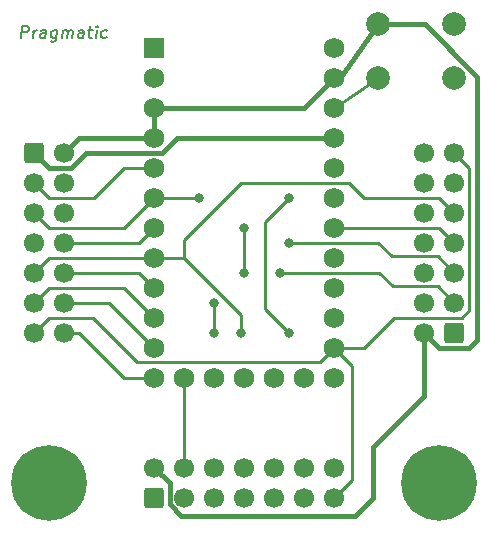
<source format=gtl>
%TF.GenerationSoftware,KiCad,Pcbnew,(6.0.1-0)*%
%TF.CreationDate,2022-02-07T11:31:32+08:00*%
%TF.ProjectId,Pragmatic,50726167-6d61-4746-9963-2e6b69636164,V2*%
%TF.SameCoordinates,Original*%
%TF.FileFunction,Copper,L1,Top*%
%TF.FilePolarity,Positive*%
%FSLAX46Y46*%
G04 Gerber Fmt 4.6, Leading zero omitted, Abs format (unit mm)*
G04 Created by KiCad (PCBNEW (6.0.1-0)) date 2022-02-07 11:31:32*
%MOMM*%
%LPD*%
G01*
G04 APERTURE LIST*
G04 Aperture macros list*
%AMRoundRect*
0 Rectangle with rounded corners*
0 $1 Rounding radius*
0 $2 $3 $4 $5 $6 $7 $8 $9 X,Y pos of 4 corners*
0 Add a 4 corners polygon primitive as box body*
4,1,4,$2,$3,$4,$5,$6,$7,$8,$9,$2,$3,0*
0 Add four circle primitives for the rounded corners*
1,1,$1+$1,$2,$3*
1,1,$1+$1,$4,$5*
1,1,$1+$1,$6,$7*
1,1,$1+$1,$8,$9*
0 Add four rect primitives between the rounded corners*
20,1,$1+$1,$2,$3,$4,$5,0*
20,1,$1+$1,$4,$5,$6,$7,0*
20,1,$1+$1,$6,$7,$8,$9,0*
20,1,$1+$1,$8,$9,$2,$3,0*%
G04 Aperture macros list end*
%ADD10C,0.177800*%
%TA.AperFunction,NonConductor*%
%ADD11C,0.177800*%
%TD*%
%TA.AperFunction,ComponentPad*%
%ADD12RoundRect,0.250000X-0.600000X-0.600000X0.600000X-0.600000X0.600000X0.600000X-0.600000X0.600000X0*%
%TD*%
%TA.AperFunction,ComponentPad*%
%ADD13C,1.700000*%
%TD*%
%TA.AperFunction,ComponentPad*%
%ADD14RoundRect,0.250000X0.600000X0.600000X-0.600000X0.600000X-0.600000X-0.600000X0.600000X-0.600000X0*%
%TD*%
%TA.AperFunction,ComponentPad*%
%ADD15C,2.000000*%
%TD*%
%TA.AperFunction,ComponentPad*%
%ADD16R,1.752600X1.752600*%
%TD*%
%TA.AperFunction,ComponentPad*%
%ADD17C,1.752600*%
%TD*%
%TA.AperFunction,ComponentPad*%
%ADD18C,6.400000*%
%TD*%
%TA.AperFunction,ComponentPad*%
%ADD19RoundRect,0.250000X0.600000X-0.600000X0.600000X0.600000X-0.600000X0.600000X-0.600000X-0.600000X0*%
%TD*%
%TA.AperFunction,ViaPad*%
%ADD20C,0.800000*%
%TD*%
%TA.AperFunction,Conductor*%
%ADD21C,0.250000*%
%TD*%
%TA.AperFunction,Conductor*%
%ADD22C,0.381000*%
%TD*%
G04 APERTURE END LIST*
D10*
D11*
X120759431Y-48719619D02*
X120886431Y-47703619D01*
X121273479Y-47703619D01*
X121364193Y-47752000D01*
X121406526Y-47800380D01*
X121442812Y-47897142D01*
X121424669Y-48042285D01*
X121364193Y-48139047D01*
X121309765Y-48187428D01*
X121206955Y-48235809D01*
X120819907Y-48235809D01*
X121775431Y-48719619D02*
X121860098Y-48042285D01*
X121835907Y-48235809D02*
X121896384Y-48139047D01*
X121950812Y-48090666D01*
X122053622Y-48042285D01*
X122150384Y-48042285D01*
X122839812Y-48719619D02*
X122906336Y-48187428D01*
X122870050Y-48090666D01*
X122779336Y-48042285D01*
X122585812Y-48042285D01*
X122483003Y-48090666D01*
X122845860Y-48671238D02*
X122743050Y-48719619D01*
X122501145Y-48719619D01*
X122410431Y-48671238D01*
X122374145Y-48574476D01*
X122386241Y-48477714D01*
X122446717Y-48380952D01*
X122549526Y-48332571D01*
X122791431Y-48332571D01*
X122894241Y-48284190D01*
X123843717Y-48042285D02*
X123740907Y-48864761D01*
X123680431Y-48961523D01*
X123626003Y-49009904D01*
X123523193Y-49058285D01*
X123378050Y-49058285D01*
X123287336Y-49009904D01*
X123765098Y-48671238D02*
X123662288Y-48719619D01*
X123468765Y-48719619D01*
X123378050Y-48671238D01*
X123335717Y-48622857D01*
X123299431Y-48526095D01*
X123335717Y-48235809D01*
X123396193Y-48139047D01*
X123450622Y-48090666D01*
X123553431Y-48042285D01*
X123746955Y-48042285D01*
X123837669Y-48090666D01*
X124242860Y-48719619D02*
X124327526Y-48042285D01*
X124315431Y-48139047D02*
X124369860Y-48090666D01*
X124472669Y-48042285D01*
X124617812Y-48042285D01*
X124708526Y-48090666D01*
X124744812Y-48187428D01*
X124678288Y-48719619D01*
X124744812Y-48187428D02*
X124805288Y-48090666D01*
X124908098Y-48042285D01*
X125053241Y-48042285D01*
X125143955Y-48090666D01*
X125180241Y-48187428D01*
X125113717Y-48719619D01*
X126032955Y-48719619D02*
X126099479Y-48187428D01*
X126063193Y-48090666D01*
X125972479Y-48042285D01*
X125778955Y-48042285D01*
X125676145Y-48090666D01*
X126039003Y-48671238D02*
X125936193Y-48719619D01*
X125694288Y-48719619D01*
X125603574Y-48671238D01*
X125567288Y-48574476D01*
X125579384Y-48477714D01*
X125639860Y-48380952D01*
X125742669Y-48332571D01*
X125984574Y-48332571D01*
X126087384Y-48284190D01*
X126456288Y-48042285D02*
X126843336Y-48042285D01*
X126643765Y-47703619D02*
X126534907Y-48574476D01*
X126571193Y-48671238D01*
X126661907Y-48719619D01*
X126758669Y-48719619D01*
X127097336Y-48719619D02*
X127182003Y-48042285D01*
X127224336Y-47703619D02*
X127169907Y-47752000D01*
X127212241Y-47800380D01*
X127266669Y-47752000D01*
X127224336Y-47703619D01*
X127212241Y-47800380D01*
X128022622Y-48671238D02*
X127919812Y-48719619D01*
X127726288Y-48719619D01*
X127635574Y-48671238D01*
X127593241Y-48622857D01*
X127556955Y-48526095D01*
X127593241Y-48235809D01*
X127653717Y-48139047D01*
X127708145Y-48090666D01*
X127810955Y-48042285D01*
X128004479Y-48042285D01*
X128095193Y-48090666D01*
D12*
%TO.P,J1,1,Pin_1*%
%TO.N,VCC*%
X121920000Y-58420000D03*
D13*
%TO.P,J1,2,Pin_2*%
%TO.N,GND*%
X124460000Y-58420000D03*
%TO.P,J1,3,Pin_3*%
%TO.N,Row1*%
X121920000Y-60960000D03*
%TO.P,J1,4,Pin_4*%
%TO.N,Col1*%
X124460000Y-60960000D03*
%TO.P,J1,5,Pin_5*%
%TO.N,Row2*%
X121920000Y-63500000D03*
%TO.P,J1,6,Pin_6*%
%TO.N,Col2*%
X124460000Y-63500000D03*
%TO.P,J1,7,Pin_7*%
%TO.N,Row3*%
X121920000Y-66040000D03*
%TO.P,J1,8,Pin_8*%
%TO.N,Col3*%
X124460000Y-66040000D03*
%TO.P,J1,9,Pin_9*%
%TO.N,Row4*%
X121920000Y-68580000D03*
%TO.P,J1,10,Pin_10*%
%TO.N,Col4*%
X124460000Y-68580000D03*
%TO.P,J1,11,Pin_11*%
%TO.N,Row5*%
X121920000Y-71120000D03*
%TO.P,J1,12,Pin_12*%
%TO.N,Col5*%
X124460000Y-71120000D03*
%TO.P,J1,13,Pin_13*%
%TO.N,Row6*%
X121920000Y-73660000D03*
%TO.P,J1,14,Pin_14*%
%TO.N,Col6*%
X124460000Y-73660000D03*
%TD*%
D14*
%TO.P,J2,1,Pin_1*%
%TO.N,VCC*%
X157480000Y-73660000D03*
D13*
%TO.P,J2,2,Pin_2*%
%TO.N,GND*%
X154940000Y-73660000D03*
%TO.P,J2,3,Pin_3*%
%TO.N,Row1*%
X157480000Y-71120000D03*
%TO.P,J2,4,Pin_4*%
%TO.N,Col7*%
X154940000Y-71120000D03*
%TO.P,J2,5,Pin_5*%
%TO.N,Row2*%
X157480000Y-68580000D03*
%TO.P,J2,6,Pin_6*%
%TO.N,Col8*%
X154940000Y-68580000D03*
%TO.P,J2,7,Pin_7*%
%TO.N,Row3*%
X157480000Y-66040000D03*
%TO.P,J2,8,Pin_8*%
%TO.N,Col9*%
X154940000Y-66040000D03*
%TO.P,J2,9,Pin_9*%
%TO.N,Row4*%
X157480000Y-63500000D03*
%TO.P,J2,10,Pin_10*%
%TO.N,Col10*%
X154940000Y-63500000D03*
%TO.P,J2,11,Pin_11*%
%TO.N,Row5*%
X157480000Y-60960000D03*
%TO.P,J2,12,Pin_12*%
%TO.N,Col11*%
X154940000Y-60960000D03*
%TO.P,J2,13,Pin_13*%
%TO.N,Row6*%
X157480000Y-58420000D03*
%TO.P,J2,14,Pin_14*%
%TO.N,Col12*%
X154940000Y-58420000D03*
%TD*%
D15*
%TO.P,SW1,*%
%TO.N,*%
X157480000Y-52070000D03*
X157480000Y-47570000D03*
%TO.P,SW1,1,1*%
%TO.N,Reset*%
X150980000Y-52070000D03*
%TO.P,SW1,2,2*%
%TO.N,GND*%
X150980000Y-47570000D03*
%TD*%
D16*
%TO.P,U1,1,TX0/PD3*%
%TO.N,Col1*%
X132080000Y-49530000D03*
D17*
%TO.P,U1,2,RX1/PD2*%
%TO.N,Col2*%
X132080000Y-52070000D03*
%TO.P,U1,3,GND*%
%TO.N,GND*%
X132080000Y-54610000D03*
%TO.P,U1,4,GND*%
X132080000Y-57150000D03*
%TO.P,U1,5,2/PD1*%
%TO.N,Row1*%
X132080000Y-59690000D03*
%TO.P,U1,6,3/PD0*%
%TO.N,Row2*%
X132080000Y-62230000D03*
%TO.P,U1,7,4/PD4*%
%TO.N,Col3*%
X132080000Y-64770000D03*
%TO.P,U1,8,5/PC6*%
%TO.N,Row4*%
X132080000Y-67310000D03*
%TO.P,U1,9,6/PD7*%
%TO.N,Col4*%
X132080000Y-69850000D03*
%TO.P,U1,10,7/PE6*%
%TO.N,Row5*%
X132080000Y-72390000D03*
%TO.P,U1,11,8/PB4*%
%TO.N,Col5*%
X132080000Y-74930000D03*
%TO.P,U1,12,9/PB5*%
%TO.N,Col6*%
X132080000Y-77470000D03*
%TO.P,U1,13,10/PB6*%
%TO.N,Col7*%
X147320000Y-77470000D03*
%TO.P,U1,14,16/PB2*%
%TO.N,Row6*%
X147320000Y-74930000D03*
%TO.P,U1,15,14/PB3*%
%TO.N,Col8*%
X147320000Y-72390000D03*
%TO.P,U1,16,15/PB1*%
%TO.N,Col9*%
X147320000Y-69850000D03*
%TO.P,U1,17,A0/PF7*%
%TO.N,Col10*%
X147320000Y-67310000D03*
%TO.P,U1,18,A1/PF6*%
%TO.N,Row3*%
X147320000Y-64770000D03*
%TO.P,U1,19,A2/PF5*%
%TO.N,Col11*%
X147320000Y-62230000D03*
%TO.P,U1,20,A3/PF4*%
%TO.N,Col12*%
X147320000Y-59690000D03*
%TO.P,U1,21,VCC*%
%TO.N,VCC*%
X147320000Y-57150000D03*
%TO.P,U1,22,RST*%
%TO.N,Reset*%
X147320000Y-54610000D03*
%TO.P,U1,23,GND*%
%TO.N,GND*%
X147320000Y-52070000D03*
%TO.P,U1,24,B0*%
%TO.N,Col18*%
X147320000Y-49530000D03*
%TO.P,U1,25,B7*%
%TO.N,Col13*%
X134620000Y-77470000D03*
%TO.P,U1,26,D5*%
%TO.N,Col14*%
X137160000Y-77470000D03*
%TO.P,U1,27,C7*%
%TO.N,Col15*%
X139700000Y-77470000D03*
%TO.P,U1,28,F1*%
%TO.N,Col16*%
X142240000Y-77470000D03*
%TO.P,U1,29,F0*%
%TO.N,Col17*%
X144780000Y-77470000D03*
%TD*%
D18*
%TO.P,M2,*%
%TO.N,*%
X156210000Y-86360000D03*
%TD*%
D19*
%TO.P,J3,1,Pin_1*%
%TO.N,VCC*%
X132080000Y-87630000D03*
D13*
%TO.P,J3,2,Pin_2*%
%TO.N,GND*%
X132080000Y-85090000D03*
%TO.P,J3,3,Pin_3*%
%TO.N,Row1*%
X134620000Y-87630000D03*
%TO.P,J3,4,Pin_4*%
%TO.N,Col13*%
X134620000Y-85090000D03*
%TO.P,J3,5,Pin_5*%
%TO.N,Row2*%
X137160000Y-87630000D03*
%TO.P,J3,6,Pin_6*%
%TO.N,Col14*%
X137160000Y-85090000D03*
%TO.P,J3,7,Pin_7*%
%TO.N,Row3*%
X139700000Y-87630000D03*
%TO.P,J3,8,Pin_8*%
%TO.N,Col15*%
X139700000Y-85090000D03*
%TO.P,J3,9,Pin_9*%
%TO.N,Row4*%
X142240000Y-87630000D03*
%TO.P,J3,10,Pin_10*%
%TO.N,Col16*%
X142240000Y-85090000D03*
%TO.P,J3,11,Pin_11*%
%TO.N,Row5*%
X144780000Y-87630000D03*
%TO.P,J3,12,Pin_12*%
%TO.N,Col17*%
X144780000Y-85090000D03*
%TO.P,J3,13,Pin_13*%
%TO.N,Row6*%
X147320000Y-87630000D03*
%TO.P,J3,14,Pin_14*%
%TO.N,Col18*%
X147320000Y-85090000D03*
%TD*%
D18*
%TO.P,M1,*%
%TO.N,*%
X123190000Y-86360000D03*
%TD*%
D20*
%TO.N,Row1*%
X142748000Y-68580000D03*
%TO.N,Row3*%
X137160000Y-71119998D03*
X137160000Y-73660000D03*
X139700000Y-68580000D03*
X139700000Y-64770000D03*
%TO.N,Row4*%
X139446000Y-73660000D03*
%TO.N,Row2*%
X143510000Y-66040000D03*
X135890000Y-62230000D03*
%TO.N,Col18*%
X143510000Y-62230000D03*
X143510000Y-73660000D03*
%TD*%
D21*
%TO.N,Row1*%
X157480000Y-71120000D02*
X156114511Y-69754511D01*
X129540000Y-59690000D02*
X127000000Y-62230000D01*
X152304511Y-69754511D02*
X151130000Y-68580000D01*
X123190000Y-62230000D02*
X121920000Y-60960000D01*
X156114511Y-69754511D02*
X152304511Y-69754511D01*
X151130000Y-68580000D02*
X142748000Y-68580000D01*
X127000000Y-62230000D02*
X123190000Y-62230000D01*
X132080000Y-59690000D02*
X129540000Y-59690000D01*
D22*
%TO.N,VCC*%
X133985000Y-57150000D02*
X132715000Y-58420000D01*
X132715000Y-58420000D02*
X126289320Y-58420000D01*
X125019320Y-59690000D02*
X123190000Y-59690000D01*
X123190000Y-59690000D02*
X121920000Y-58420000D01*
X147320000Y-57150000D02*
X133985000Y-57150000D01*
X126289320Y-58420000D02*
X125019320Y-59690000D01*
D21*
%TO.N,Row3*%
X147320000Y-64770000D02*
X156210000Y-64770000D01*
X156210000Y-64770000D02*
X157480000Y-66040000D01*
X139700000Y-64770000D02*
X139700000Y-68580000D01*
X137160000Y-71119998D02*
X137160000Y-73660000D01*
%TO.N,Row5*%
X132080000Y-72390000D02*
X129540000Y-69850000D01*
X123190000Y-69850000D02*
X121920000Y-71120000D01*
X129540000Y-69850000D02*
X123190000Y-69850000D01*
%TO.N,Row6*%
X149860000Y-74930000D02*
X147320000Y-74930000D01*
X146119189Y-76130811D02*
X130618816Y-76130811D01*
X157480000Y-58420000D02*
X158750000Y-59690000D01*
X158115000Y-72390000D02*
X152400000Y-72390000D01*
X152400000Y-72390000D02*
X149860000Y-74930000D01*
X130618816Y-76130811D02*
X126878005Y-72390000D01*
X158750000Y-71755000D02*
X158115000Y-72390000D01*
X148844000Y-76454000D02*
X147320000Y-74930000D01*
X123190000Y-72390000D02*
X121920000Y-73660000D01*
X148844000Y-86106000D02*
X148844000Y-76454000D01*
X147320000Y-87630000D02*
X148844000Y-86106000D01*
X147320000Y-74930000D02*
X146119189Y-76130811D01*
X158750000Y-59690000D02*
X158750000Y-71755000D01*
X126878005Y-72390000D02*
X123190000Y-72390000D01*
%TO.N,Row4*%
X156210000Y-62230000D02*
X149860000Y-62230000D01*
X134620000Y-65786000D02*
X134620000Y-67310000D01*
X123190000Y-67310000D02*
X121920000Y-68580000D01*
X148590000Y-60960000D02*
X139446000Y-60960000D01*
X132080000Y-67310000D02*
X123190000Y-67310000D01*
X139446000Y-72136000D02*
X139446000Y-73660000D01*
X149860000Y-62230000D02*
X148590000Y-60960000D01*
X134620000Y-67310000D02*
X132080000Y-67310000D01*
X139446000Y-60960000D02*
X134620000Y-65786000D01*
X134620000Y-67310000D02*
X139446000Y-72136000D01*
X157480000Y-63500000D02*
X156210000Y-62230000D01*
%TO.N,Col6*%
X125730000Y-73660000D02*
X124460000Y-73660000D01*
X132080000Y-77470000D02*
X129540000Y-77470000D01*
X129540000Y-77470000D02*
X125730000Y-73660000D01*
%TO.N,Col5*%
X132080000Y-74930000D02*
X128270000Y-71120000D01*
X128270000Y-71120000D02*
X124460000Y-71120000D01*
%TO.N,Col4*%
X132080000Y-69850000D02*
X130810000Y-68580000D01*
X130810000Y-68580000D02*
X124460000Y-68580000D01*
%TO.N,Col3*%
X130810000Y-66040000D02*
X124460000Y-66040000D01*
X132080000Y-64770000D02*
X130810000Y-66040000D01*
%TO.N,Row2*%
X156114511Y-67214511D02*
X152201113Y-67214511D01*
X157480000Y-68580000D02*
X156114511Y-67214511D01*
X132080000Y-62230000D02*
X135890000Y-62230000D01*
X129540000Y-64770000D02*
X123190000Y-64770000D01*
X123190000Y-64770000D02*
X121920000Y-63500000D01*
X132080000Y-62230000D02*
X129540000Y-64770000D01*
X152201113Y-67214511D02*
X151026602Y-66040000D01*
X151026602Y-66040000D02*
X143510000Y-66040000D01*
%TO.N,Reset*%
X150980000Y-52070000D02*
X147320000Y-54610000D01*
D22*
%TO.N,GND*%
X158750000Y-74930000D02*
X156210000Y-74930000D01*
X150622000Y-87630000D02*
X149098000Y-89154000D01*
X134366000Y-89154000D02*
X133379989Y-88167989D01*
X156210000Y-74930000D02*
X154940000Y-73660000D01*
X149098000Y-89154000D02*
X134366000Y-89154000D01*
X132080000Y-54610000D02*
X144780000Y-54610000D01*
X132080000Y-57150000D02*
X125730000Y-57150000D01*
X154940000Y-78994000D02*
X150622000Y-83312000D01*
X159385000Y-74295000D02*
X158750000Y-74930000D01*
X154945774Y-47570000D02*
X159385000Y-52009226D01*
X133379989Y-88167989D02*
X133379989Y-86389989D01*
X159385000Y-52009226D02*
X159385000Y-74295000D01*
X132080000Y-57150000D02*
X132080000Y-54610000D01*
X150622000Y-83312000D02*
X150622000Y-87630000D01*
X125730000Y-57150000D02*
X124460000Y-58420000D01*
X147828000Y-52070000D02*
X150980000Y-47570000D01*
X133379989Y-86389989D02*
X132080000Y-85090000D01*
X150980000Y-47570000D02*
X154945774Y-47570000D01*
X154940000Y-73660000D02*
X154940000Y-78994000D01*
X144780000Y-54610000D02*
X147320000Y-52070000D01*
D21*
%TO.N,Col13*%
X134620000Y-85090000D02*
X134620000Y-77470000D01*
%TO.N,Col18*%
X141478000Y-64262000D02*
X141478000Y-71628000D01*
X141478000Y-71628000D02*
X143510000Y-73660000D01*
X143510000Y-62230000D02*
X141478000Y-64262000D01*
%TD*%
M02*

</source>
